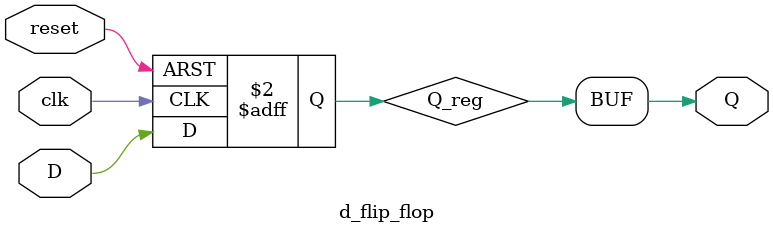
<source format=v>
`timescale 1ns / 1ps
module d_flip_flop (
  input wire D,    
  input wire clk,  
  input wire reset, 
  output wire Q    
);

  reg Q_reg; 
  always @(posedge clk or posedge reset) begin
    if (reset) begin
      Q_reg <= 1'b0; 
    end else begin
      Q_reg <= D;   
    end
  end
  assign Q = Q_reg;
endmodule

</source>
